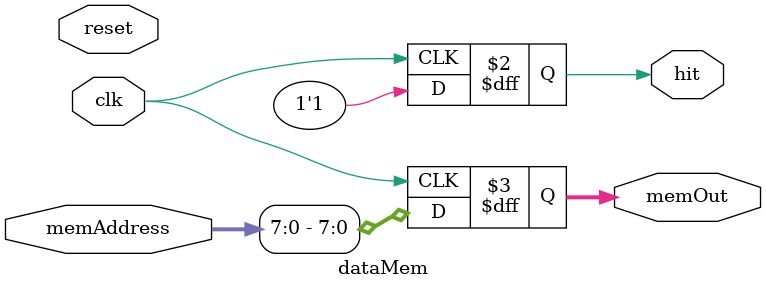
<source format=v>
/*
	This file currently contains mockups for the memories. 
	
*/
module instructionMem(input clk, input reset, input [31:0] PC, output hit, output reg [31:0] instr2Word);
	// DUMMY FOR NOW!
	always@(negedge clk)
	begin
		hit = 1'b1;
		case(PC[3:0])
			4'b0000: instr2Word = 001_000_001_10_00011__00000000_00000000;  // add $1, $0, 1
			4'b0001: instr2Word = 00000000_00000000__00000000_00000000;
			4'b0010: instr2Word = 00000000_00000000__00000000_00000000;
			4'b0011: instr2Word = 00000000_00000000__00000000_00000000;
			
			4'b0100: instr2Word = 00000000_00000000__00000000_00000000;
			4'b0101: instr2Word = 00000000_00000000__00000000_00000000;
			4'b0110: instr2Word = 00000000_00000000__00000000_00000000;
			4'b0111: instr2Word = 00000000_00000000__00000000_00000000;
			
			4'b1000: instr2Word = 00000000_00000000__00000000_00000000;
			4'b1001: instr2Word = 00000000_00000000__00000000_00000000;
			4'b1010: instr2Word = 00000000_00000000__00000000_00000000;
			4'b1011: instr2Word = 00000000_00000000__00000000_00000000;
			
			4'b1100: instr2Word = 00000000_00000000__00000000_00000000;
			4'b1101: instr2Word = 00000000_00000000__00000000_00000000;
			4'b1110: instr2Word = 00000000_00000000__00000000_00000000;
			4'b1111: instr2Word = 00000000_00000000__00000000_00000000;
		endcase
	end
	
endmodule


module dataMem(input clk, input reset, input [31:0] memAddress, output hit, output reg [7:0] memOut);
	// DUMMY FOR NOW!
	always@(negedge clk)
	begin
		hit = 1'b1;
		memOut = memAddress[7:0];	
	end
endmodule


</source>
